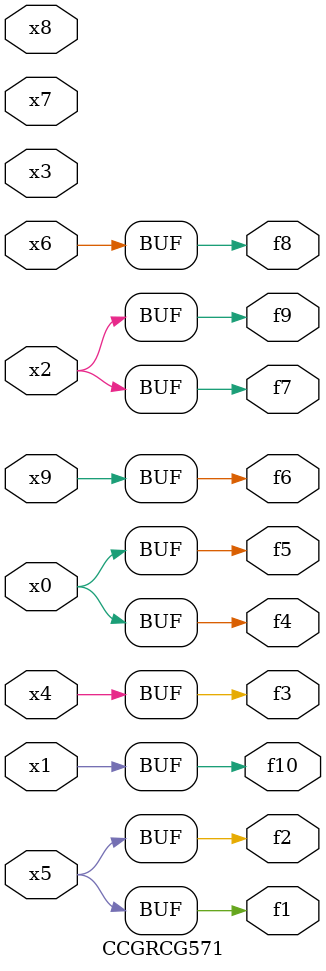
<source format=v>
module CCGRCG571(
	input x0, x1, x2, x3, x4, x5, x6, x7, x8, x9,
	output f1, f2, f3, f4, f5, f6, f7, f8, f9, f10
);
	assign f1 = x5;
	assign f2 = x5;
	assign f3 = x4;
	assign f4 = x0;
	assign f5 = x0;
	assign f6 = x9;
	assign f7 = x2;
	assign f8 = x6;
	assign f9 = x2;
	assign f10 = x1;
endmodule

</source>
